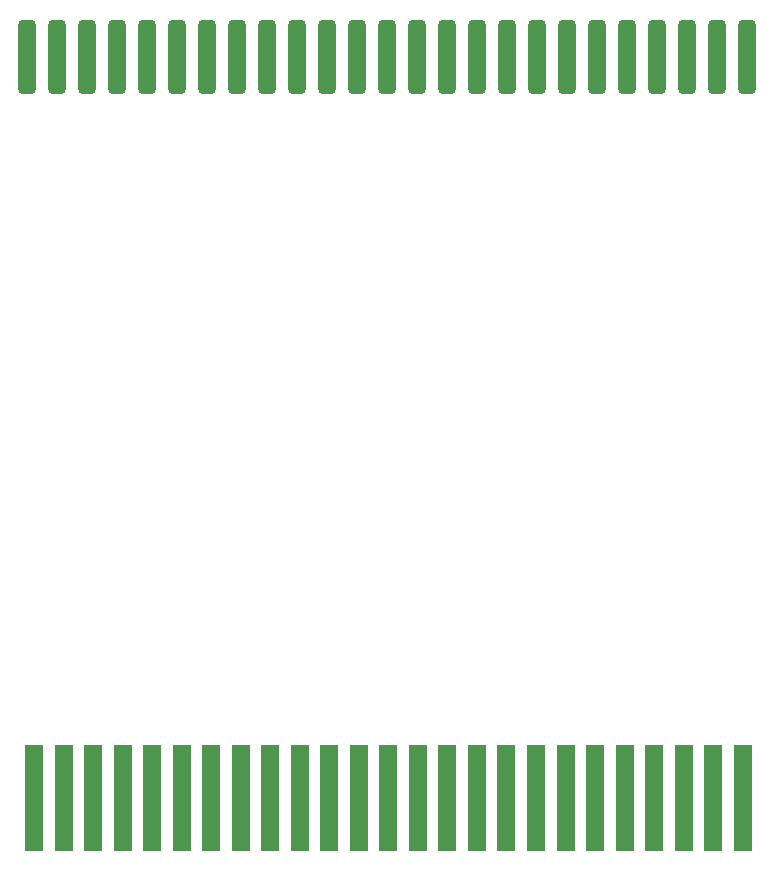
<source format=gbr>
%TF.GenerationSoftware,KiCad,Pcbnew,(6.0.2)*%
%TF.CreationDate,2022-12-30T16:08:33-06:00*%
%TF.ProjectId,REF1329_Altera,52454631-3332-4395-9f41-6c746572612e,rev?*%
%TF.SameCoordinates,Original*%
%TF.FileFunction,Paste,Bot*%
%TF.FilePolarity,Positive*%
%FSLAX46Y46*%
G04 Gerber Fmt 4.6, Leading zero omitted, Abs format (unit mm)*
G04 Created by KiCad (PCBNEW (6.0.2)) date 2022-12-30 16:08:33*
%MOMM*%
%LPD*%
G01*
G04 APERTURE LIST*
G04 Aperture macros list*
%AMRoundRect*
0 Rectangle with rounded corners*
0 $1 Rounding radius*
0 $2 $3 $4 $5 $6 $7 $8 $9 X,Y pos of 4 corners*
0 Add a 4 corners polygon primitive as box body*
4,1,4,$2,$3,$4,$5,$6,$7,$8,$9,$2,$3,0*
0 Add four circle primitives for the rounded corners*
1,1,$1+$1,$2,$3*
1,1,$1+$1,$4,$5*
1,1,$1+$1,$6,$7*
1,1,$1+$1,$8,$9*
0 Add four rect primitives between the rounded corners*
20,1,$1+$1,$2,$3,$4,$5,0*
20,1,$1+$1,$4,$5,$6,$7,0*
20,1,$1+$1,$6,$7,$8,$9,0*
20,1,$1+$1,$8,$9,$2,$3,0*%
G04 Aperture macros list end*
%ADD10RoundRect,0.375000X-0.375000X-2.750000X0.375000X-2.750000X0.375000X2.750000X-0.375000X2.750000X0*%
%ADD11R,1.500000X9.000000*%
G04 APERTURE END LIST*
D10*
%TO.C,J3*%
X118842000Y-67717000D03*
X121379500Y-67717000D03*
X123917000Y-67717000D03*
X126454500Y-67717000D03*
X128992000Y-67717000D03*
X131529500Y-67717000D03*
X134067000Y-67717000D03*
X136604500Y-67717000D03*
X139142000Y-67717000D03*
X141679500Y-67717000D03*
X144217000Y-67717000D03*
X146754500Y-67717000D03*
X149292000Y-67717000D03*
X151829500Y-67717000D03*
X154367000Y-67717000D03*
X156904500Y-67717000D03*
X159442000Y-67717000D03*
X161979500Y-67717000D03*
X164517000Y-67717000D03*
X167054500Y-67717000D03*
X169592000Y-67717000D03*
X172129500Y-67717000D03*
X174667000Y-67717000D03*
X177204500Y-67717000D03*
X179742000Y-67717000D03*
%TD*%
D11*
%TO.C,J4*%
X119411500Y-130432000D03*
X121911500Y-130432000D03*
X124411500Y-130432000D03*
X126911500Y-130432000D03*
X129411500Y-130432000D03*
X131911500Y-130432000D03*
X134411500Y-130432000D03*
X136911500Y-130432000D03*
X139411500Y-130432000D03*
X141911500Y-130432000D03*
X144411500Y-130432000D03*
X146911500Y-130432000D03*
X149411500Y-130432000D03*
X151911500Y-130432000D03*
X154411500Y-130432000D03*
X156911500Y-130432000D03*
X159411500Y-130432000D03*
X161911500Y-130432000D03*
X164411500Y-130432000D03*
X166911500Y-130432000D03*
X169411500Y-130432000D03*
X171911500Y-130432000D03*
X174411500Y-130432000D03*
X176911500Y-130432000D03*
X179411500Y-130432000D03*
%TD*%
M02*

</source>
